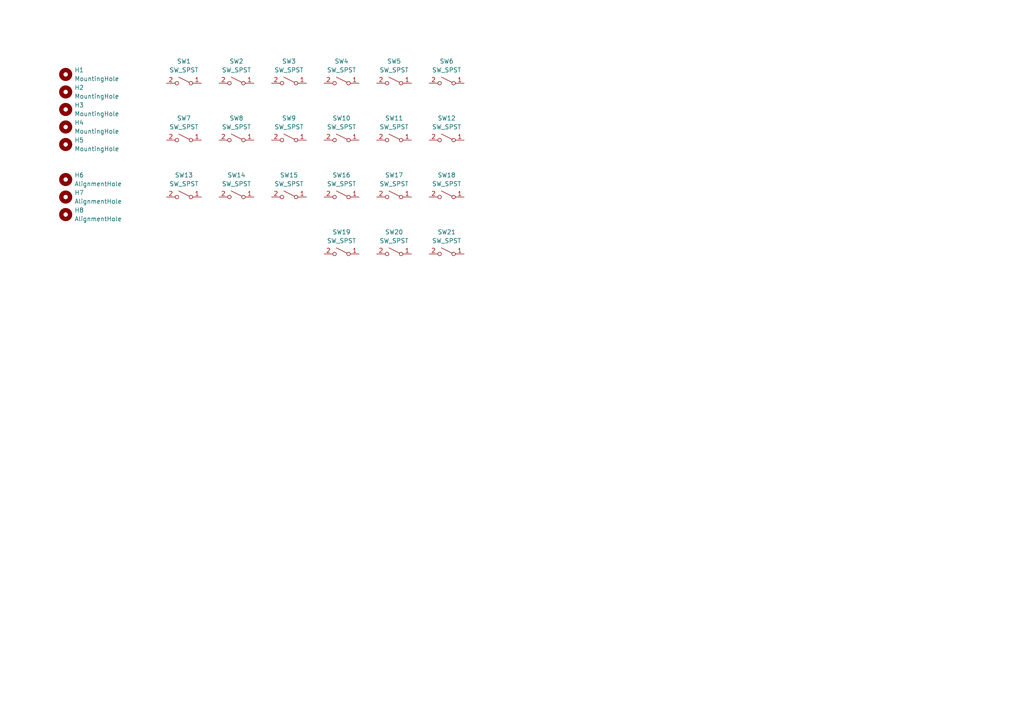
<source format=kicad_sch>
(kicad_sch (version 20230121) (generator eeschema)
  (paper "A4")
  (lib_symbols
    (symbol "Mechanical:MountingHole" (pin_names (offset 1.016))
      (property "Reference" "H" (at 0 5.08 0))
      (property "Value" "MountingHole" (at 0 3.175 0))
      (symbol "MountingHole_0_1"
        (circle (center 0 0) (radius 1.27) (stroke (width 1.27)))
      )
    )
    (symbol "Switch:SW_SPST" (pin_names (offset 0) hide)
      (property "Reference" "SW" (at 0 3.175 0))
      (property "Value" "SW_SPST" (at 0 -2.54 0))
      (symbol "SW_SPST_0_0"
        (circle (center -2.032 0) (radius 0.508))
        (polyline (pts (xy -1.524 0.254) (xy 1.524 1.778)))
        (circle (center 2.032 0) (radius 0.508))
      )
      (symbol "SW_SPST_1_1"
        (pin passive line (at -5.08 0 0) (length 2.54) (name "A") (number "1"))
        (pin passive line (at 5.08 0 180) (length 2.54) (name "B") (number "2"))
      )
    )
  )
  (symbol (lib_id "Switch:SW_SPST") (at 114.3 57.15 0) (mirror y) (unit 1)
    (property "Reference" "SW17" (at 114.3 50.8 0))
    (property "Value" "SW_SPST" (at 114.3 53.34 0))
    (property "Footprint" "s1:KS-27_Cherry_MX_Plate_Cutout" (effects hide))
  )
  (symbol (lib_id "Mechanical:MountingHole") (at 19.05 36.83 0) (unit 1)
    (property "Reference" "H4" (at 21.59 35.56 0) (effects (justify left)))
    (property "Value" "MountingHole" (at 21.59 38.1 0) (effects (justify left)))
    (property "Footprint" "s1:Hole_2.2mm" (effects hide))
  )
  (symbol (lib_id "Switch:SW_SPST") (at 83.82 57.15 0) (mirror y) (unit 1)
    (property "Reference" "SW15" (at 83.82 50.8 0))
    (property "Value" "SW_SPST" (at 83.82 53.34 0))
    (property "Footprint" "s1:KS-27_Cherry_MX_Plate_Cutout" (effects hide))
  )
  (symbol (lib_id "Switch:SW_SPST") (at 83.82 40.64 0) (mirror y) (unit 1)
    (property "Reference" "SW9" (at 83.82 34.29 0))
    (property "Value" "SW_SPST" (at 83.82 36.83 0))
    (property "Footprint" "s1:KS-27_Cherry_MX_Plate_Cutout" (effects hide))
  )
  (symbol (lib_id "Switch:SW_SPST") (at 129.54 57.15 0) (mirror y) (unit 1)
    (property "Reference" "SW18" (at 129.54 50.8 0))
    (property "Value" "SW_SPST" (at 129.54 53.34 0))
    (property "Footprint" "s1:KS-27_Cherry_MX_Plate_Cutout" (effects hide))
  )
  (symbol (lib_id "Switch:SW_SPST") (at 68.58 24.13 0) (mirror y) (unit 1)
    (property "Reference" "SW2" (at 68.58 17.78 0))
    (property "Value" "SW_SPST" (at 68.58 20.32 0))
    (property "Footprint" "s1:KS-27_Cherry_MX_Plate_Cutout" (effects hide))
  )
  (symbol (lib_id "Switch:SW_SPST") (at 129.54 73.66 0) (mirror y) (unit 1)
    (property "Reference" "SW21" (at 129.54 67.31 0))
    (property "Value" "SW_SPST" (at 129.54 69.85 0))
    (property "Footprint" "s1:KS-27_Cherry_MX_Plate_Cutout" (effects hide))
  )
  (symbol (lib_id "Switch:SW_SPST") (at 129.54 40.64 0) (mirror y) (unit 1)
    (property "Reference" "SW12" (at 129.54 34.29 0))
    (property "Value" "SW_SPST" (at 129.54 36.83 0))
    (property "Footprint" "s1:KS-27_Cherry_MX_Plate_Cutout" (effects hide))
  )
  (symbol (lib_id "Mechanical:MountingHole") (at 19.05 62.23 0) (unit 1)
    (property "Reference" "H8" (at 21.59 60.96 0) (effects (justify left)))
    (property "Value" "AlignmentHole" (at 21.59 63.5 0) (effects (justify left)))
    (property "Footprint" "s1:Hole_1.0mm" (effects hide))
  )
  (symbol (lib_id "Switch:SW_SPST") (at 68.58 57.15 0) (mirror y) (unit 1)
    (property "Reference" "SW14" (at 68.58 50.8 0))
    (property "Value" "SW_SPST" (at 68.58 53.34 0))
    (property "Footprint" "s1:KS-27_Cherry_MX_Plate_Cutout" (effects hide))
  )
  (symbol (lib_id "Mechanical:MountingHole") (at 19.05 52.07 0) (unit 1)
    (property "Reference" "H6" (at 21.59 50.8 0) (effects (justify left)))
    (property "Value" "AlignmentHole" (at 21.59 53.34 0) (effects (justify left)))
    (property "Footprint" "s1:Hole_1.0mm" (effects hide))
  )
  (symbol (lib_id "Switch:SW_SPST") (at 83.82 24.13 0) (mirror y) (unit 1)
    (property "Reference" "SW3" (at 83.82 17.78 0))
    (property "Value" "SW_SPST" (at 83.82 20.32 0))
    (property "Footprint" "s1:KS-27_Cherry_MX_Plate_Cutout" (effects hide))
  )
  (symbol (lib_id "Mechanical:MountingHole") (at 19.05 26.67 0) (unit 1)
    (property "Reference" "H2" (at 21.59 25.4 0) (effects (justify left)))
    (property "Value" "MountingHole" (at 21.59 27.94 0) (effects (justify left)))
    (property "Footprint" "s1:Hole_2.2mm" (effects hide))
  )
  (symbol (lib_id "Switch:SW_SPST") (at 53.34 24.13 0) (mirror y) (unit 1)
    (property "Reference" "SW1" (at 53.34 17.78 0))
    (property "Value" "SW_SPST" (at 53.34 20.32 0))
    (property "Footprint" "s1:KS-27_Cherry_MX_Plate_Cutout" (effects hide))
  )
  (symbol (lib_id "Mechanical:MountingHole") (at 19.05 31.75 0) (unit 1)
    (property "Reference" "H3" (at 21.59 30.48 0) (effects (justify left)))
    (property "Value" "MountingHole" (at 21.59 33.02 0) (effects (justify left)))
    (property "Footprint" "s1:Hole_2.2mm" (effects hide))
  )
  (symbol (lib_id "Switch:SW_SPST") (at 129.54 24.13 0) (mirror y) (unit 1)
    (property "Reference" "SW6" (at 129.54 17.78 0))
    (property "Value" "SW_SPST" (at 129.54 20.32 0))
    (property "Footprint" "s1:KS-27_Cherry_MX_Plate_Cutout" (effects hide))
  )
  (symbol (lib_id "Switch:SW_SPST") (at 114.3 40.64 0) (mirror y) (unit 1)
    (property "Reference" "SW11" (at 114.3 34.29 0))
    (property "Value" "SW_SPST" (at 114.3 36.83 0))
    (property "Footprint" "s1:KS-27_Cherry_MX_Plate_Cutout" (effects hide))
  )
  (symbol (lib_id "Switch:SW_SPST") (at 99.06 57.15 0) (mirror y) (unit 1)
    (property "Reference" "SW16" (at 99.06 50.8 0))
    (property "Value" "SW_SPST" (at 99.06 53.34 0))
    (property "Footprint" "s1:KS-27_Cherry_MX_Plate_Cutout" (effects hide))
  )
  (symbol (lib_id "Mechanical:MountingHole") (at 19.05 57.15 0) (unit 1)
    (property "Reference" "H7" (at 21.59 55.88 0) (effects (justify left)))
    (property "Value" "AlignmentHole" (at 21.59 58.42 0) (effects (justify left)))
    (property "Footprint" "s1:Hole_1.0mm" (effects hide))
  )
  (symbol (lib_id "Switch:SW_SPST") (at 53.34 40.64 0) (mirror y) (unit 1)
    (property "Reference" "SW7" (at 53.34 34.29 0))
    (property "Value" "SW_SPST" (at 53.34 36.83 0))
    (property "Footprint" "s1:KS-27_Cherry_MX_Plate_Cutout" (effects hide))
  )
  (symbol (lib_id "Mechanical:MountingHole") (at 19.05 41.91 0) (unit 1)
    (property "Reference" "H5" (at 21.59 40.64 0) (effects (justify left)))
    (property "Value" "MountingHole" (at 21.59 43.18 0) (effects (justify left)))
    (property "Footprint" "s1:Hole_2.2mm" (effects hide))
  )
  (symbol (lib_id "Switch:SW_SPST") (at 99.06 24.13 0) (mirror y) (unit 1)
    (property "Reference" "SW4" (at 99.06 17.78 0))
    (property "Value" "SW_SPST" (at 99.06 20.32 0))
    (property "Footprint" "s1:KS-27_Cherry_MX_Plate_Cutout" (effects hide))
  )
  (symbol (lib_id "Switch:SW_SPST") (at 68.58 40.64 0) (mirror y) (unit 1)
    (property "Reference" "SW8" (at 68.58 34.29 0))
    (property "Value" "SW_SPST" (at 68.58 36.83 0))
    (property "Footprint" "s1:KS-27_Cherry_MX_Plate_Cutout" (effects hide))
  )
  (symbol (lib_id "Switch:SW_SPST") (at 99.06 73.66 0) (mirror y) (unit 1)
    (property "Reference" "SW19" (at 99.06 67.31 0))
    (property "Value" "SW_SPST" (at 99.06 69.85 0))
    (property "Footprint" "s1:KS-27_Cherry_MX_Plate_Cutout" (effects hide))
  )
  (symbol (lib_id "Switch:SW_SPST") (at 53.34 57.15 0) (mirror y) (unit 1)
    (property "Reference" "SW13" (at 53.34 50.8 0))
    (property "Value" "SW_SPST" (at 53.34 53.34 0))
    (property "Footprint" "s1:KS-27_Cherry_MX_Plate_Cutout" (effects hide))
  )
  (symbol (lib_id "Switch:SW_SPST") (at 99.06 40.64 0) (mirror y) (unit 1)
    (property "Reference" "SW10" (at 99.06 34.29 0))
    (property "Value" "SW_SPST" (at 99.06 36.83 0))
    (property "Footprint" "s1:KS-27_Cherry_MX_Plate_Cutout" (effects hide))
  )
  (symbol (lib_id "Switch:SW_SPST") (at 114.3 73.66 0) (mirror y) (unit 1)
    (property "Reference" "SW20" (at 114.3 67.31 0))
    (property "Value" "SW_SPST" (at 114.3 69.85 0))
    (property "Footprint" "s1:KS-27_Cherry_MX_Plate_Cutout" (effects hide))
  )
  (symbol (lib_id "Mechanical:MountingHole") (at 19.05 21.59 0) (unit 1)
    (property "Reference" "H1" (at 21.59 20.32 0) (effects (justify left)))
    (property "Value" "MountingHole" (at 21.59 22.86 0) (effects (justify left)))
    (property "Footprint" "s1:Hole_2.2mm" (effects hide))
  )
  (symbol (lib_id "Switch:SW_SPST") (at 114.3 24.13 0) (mirror y) (unit 1)
    (property "Reference" "SW5" (at 114.3 17.78 0))
    (property "Value" "SW_SPST" (at 114.3 20.32 0))
    (property "Footprint" "s1:KS-27_Cherry_MX_Plate_Cutout" (effects hide))
  )
)
</source>
